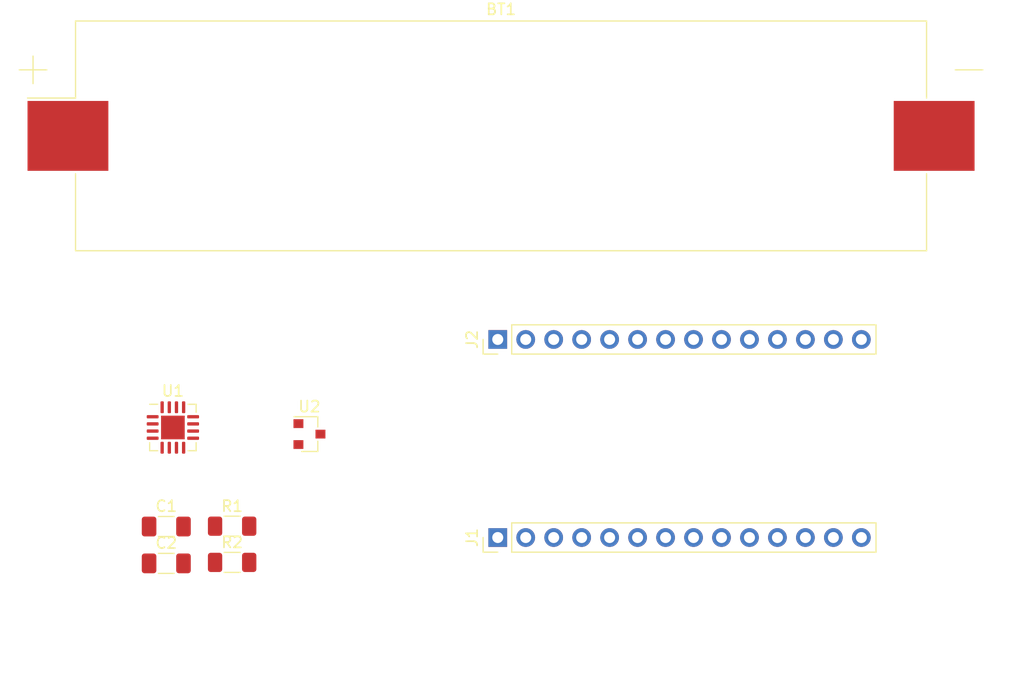
<source format=kicad_pcb>
(kicad_pcb (version 20171130) (host pcbnew 5.1.12)

  (general
    (thickness 1.6)
    (drawings 0)
    (tracks 0)
    (zones 0)
    (modules 9)
    (nets 4)
  )

  (page A4)
  (layers
    (0 F.Cu signal)
    (31 B.Cu signal)
    (32 B.Adhes user)
    (33 F.Adhes user)
    (34 B.Paste user)
    (35 F.Paste user)
    (36 B.SilkS user)
    (37 F.SilkS user)
    (38 B.Mask user)
    (39 F.Mask user)
    (40 Dwgs.User user)
    (41 Cmts.User user)
    (42 Eco1.User user)
    (43 Eco2.User user)
    (44 Edge.Cuts user)
    (45 Margin user)
    (46 B.CrtYd user)
    (47 F.CrtYd user)
    (48 B.Fab user)
    (49 F.Fab user)
  )

  (setup
    (last_trace_width 0.25)
    (trace_clearance 0.2)
    (zone_clearance 0.508)
    (zone_45_only no)
    (trace_min 0.2)
    (via_size 0.8)
    (via_drill 0.4)
    (via_min_size 0.4)
    (via_min_drill 0.3)
    (uvia_size 0.3)
    (uvia_drill 0.1)
    (uvias_allowed no)
    (uvia_min_size 0.2)
    (uvia_min_drill 0.1)
    (edge_width 0.05)
    (segment_width 0.2)
    (pcb_text_width 0.3)
    (pcb_text_size 1.5 1.5)
    (mod_edge_width 0.12)
    (mod_text_size 1 1)
    (mod_text_width 0.15)
    (pad_size 1.524 1.524)
    (pad_drill 0.762)
    (pad_to_mask_clearance 0)
    (aux_axis_origin 0 0)
    (visible_elements FFFFFF7F)
    (pcbplotparams
      (layerselection 0x010fc_ffffffff)
      (usegerberextensions false)
      (usegerberattributes true)
      (usegerberadvancedattributes true)
      (creategerberjobfile true)
      (excludeedgelayer true)
      (linewidth 0.100000)
      (plotframeref false)
      (viasonmask false)
      (mode 1)
      (useauxorigin false)
      (hpglpennumber 1)
      (hpglpenspeed 20)
      (hpglpendiameter 15.000000)
      (psnegative false)
      (psa4output false)
      (plotreference true)
      (plotvalue true)
      (plotinvisibletext false)
      (padsonsilk false)
      (subtractmaskfromsilk false)
      (outputformat 1)
      (mirror false)
      (drillshape 1)
      (scaleselection 1)
      (outputdirectory ""))
  )

  (net 0 "")
  (net 1 GND)
  (net 2 "Net-(U1-Pad10)")
  (net 3 "Net-(U1-Pad1)")

  (net_class Default "This is the default net class."
    (clearance 0.2)
    (trace_width 0.25)
    (via_dia 0.8)
    (via_drill 0.4)
    (uvia_dia 0.3)
    (uvia_drill 0.1)
    (add_net +BATT)
    (add_net GND)
    (add_net "Net-(C1-Pad1)")
    (add_net "Net-(C1-Pad2)")
    (add_net "Net-(C2-Pad1)")
    (add_net "Net-(C2-Pad2)")
    (add_net "Net-(J1-Pad1)")
    (add_net "Net-(J1-Pad10)")
    (add_net "Net-(J1-Pad11)")
    (add_net "Net-(J1-Pad12)")
    (add_net "Net-(J1-Pad13)")
    (add_net "Net-(J1-Pad14)")
    (add_net "Net-(J1-Pad2)")
    (add_net "Net-(J1-Pad3)")
    (add_net "Net-(J1-Pad4)")
    (add_net "Net-(J1-Pad5)")
    (add_net "Net-(J1-Pad6)")
    (add_net "Net-(J1-Pad7)")
    (add_net "Net-(J1-Pad8)")
    (add_net "Net-(J1-Pad9)")
    (add_net "Net-(J2-Pad1)")
    (add_net "Net-(J2-Pad10)")
    (add_net "Net-(J2-Pad11)")
    (add_net "Net-(J2-Pad12)")
    (add_net "Net-(J2-Pad13)")
    (add_net "Net-(J2-Pad14)")
    (add_net "Net-(J2-Pad2)")
    (add_net "Net-(J2-Pad3)")
    (add_net "Net-(J2-Pad4)")
    (add_net "Net-(J2-Pad5)")
    (add_net "Net-(J2-Pad6)")
    (add_net "Net-(J2-Pad7)")
    (add_net "Net-(J2-Pad8)")
    (add_net "Net-(J2-Pad9)")
    (add_net "Net-(R1-Pad1)")
    (add_net "Net-(R1-Pad2)")
    (add_net "Net-(R2-Pad1)")
    (add_net "Net-(R2-Pad2)")
    (add_net "Net-(U1-Pad1)")
    (add_net "Net-(U1-Pad10)")
    (add_net "Net-(U1-Pad11)")
    (add_net "Net-(U1-Pad12)")
    (add_net "Net-(U1-Pad13)")
    (add_net "Net-(U1-Pad14)")
    (add_net "Net-(U1-Pad15)")
    (add_net "Net-(U1-Pad16)")
    (add_net "Net-(U1-Pad2)")
    (add_net "Net-(U1-Pad3)")
    (add_net "Net-(U1-Pad5)")
    (add_net "Net-(U1-Pad6)")
    (add_net "Net-(U1-Pad7)")
    (add_net "Net-(U1-Pad8)")
    (add_net "Net-(U1-Pad9)")
    (add_net "Net-(U2-Pad1)")
    (add_net "Net-(U2-Pad2)")
    (add_net "Net-(U2-Pad3)")
  )

  (module Resistor_SMD:R_1206_3216Metric_Pad1.30x1.75mm_HandSolder (layer F.Cu) (tedit 5F68FEEE) (tstamp 62BC8E67)
    (at 125.08 109.86)
    (descr "Resistor SMD 1206 (3216 Metric), square (rectangular) end terminal, IPC_7351 nominal with elongated pad for handsoldering. (Body size source: IPC-SM-782 page 72, https://www.pcb-3d.com/wordpress/wp-content/uploads/ipc-sm-782a_amendment_1_and_2.pdf), generated with kicad-footprint-generator")
    (tags "resistor handsolder")
    (path /62BC88BA)
    (attr smd)
    (fp_text reference R2 (at 0 -1.82) (layer F.SilkS)
      (effects (font (size 1 1) (thickness 0.15)))
    )
    (fp_text value 100k (at 0 1.82) (layer F.Fab)
      (effects (font (size 1 1) (thickness 0.15)))
    )
    (fp_text user %R (at 0 0) (layer F.Fab)
      (effects (font (size 0.8 0.8) (thickness 0.12)))
    )
    (fp_line (start -1.6 0.8) (end -1.6 -0.8) (layer F.Fab) (width 0.1))
    (fp_line (start -1.6 -0.8) (end 1.6 -0.8) (layer F.Fab) (width 0.1))
    (fp_line (start 1.6 -0.8) (end 1.6 0.8) (layer F.Fab) (width 0.1))
    (fp_line (start 1.6 0.8) (end -1.6 0.8) (layer F.Fab) (width 0.1))
    (fp_line (start -0.727064 -0.91) (end 0.727064 -0.91) (layer F.SilkS) (width 0.12))
    (fp_line (start -0.727064 0.91) (end 0.727064 0.91) (layer F.SilkS) (width 0.12))
    (fp_line (start -2.45 1.12) (end -2.45 -1.12) (layer F.CrtYd) (width 0.05))
    (fp_line (start -2.45 -1.12) (end 2.45 -1.12) (layer F.CrtYd) (width 0.05))
    (fp_line (start 2.45 -1.12) (end 2.45 1.12) (layer F.CrtYd) (width 0.05))
    (fp_line (start 2.45 1.12) (end -2.45 1.12) (layer F.CrtYd) (width 0.05))
    (pad 2 smd roundrect (at 1.55 0) (size 1.3 1.75) (layers F.Cu F.Paste F.Mask) (roundrect_rratio 0.192308))
    (pad 1 smd roundrect (at -1.55 0) (size 1.3 1.75) (layers F.Cu F.Paste F.Mask) (roundrect_rratio 0.192308))
    (model ${KISYS3DMOD}/Resistor_SMD.3dshapes/R_1206_3216Metric.wrl
      (at (xyz 0 0 0))
      (scale (xyz 1 1 1))
      (rotate (xyz 0 0 0))
    )
  )

  (module Resistor_SMD:R_1206_3216Metric_Pad1.30x1.75mm_HandSolder (layer F.Cu) (tedit 5F68FEEE) (tstamp 62BC8E56)
    (at 125.08 106.57)
    (descr "Resistor SMD 1206 (3216 Metric), square (rectangular) end terminal, IPC_7351 nominal with elongated pad for handsoldering. (Body size source: IPC-SM-782 page 72, https://www.pcb-3d.com/wordpress/wp-content/uploads/ipc-sm-782a_amendment_1_and_2.pdf), generated with kicad-footprint-generator")
    (tags "resistor handsolder")
    (path /62BC7A1D)
    (attr smd)
    (fp_text reference R1 (at 0 -1.82) (layer F.SilkS)
      (effects (font (size 1 1) (thickness 0.15)))
    )
    (fp_text value 27k (at 0 1.82) (layer F.Fab)
      (effects (font (size 1 1) (thickness 0.15)))
    )
    (fp_text user %R (at 0 0) (layer F.Fab)
      (effects (font (size 0.8 0.8) (thickness 0.12)))
    )
    (fp_line (start -1.6 0.8) (end -1.6 -0.8) (layer F.Fab) (width 0.1))
    (fp_line (start -1.6 -0.8) (end 1.6 -0.8) (layer F.Fab) (width 0.1))
    (fp_line (start 1.6 -0.8) (end 1.6 0.8) (layer F.Fab) (width 0.1))
    (fp_line (start 1.6 0.8) (end -1.6 0.8) (layer F.Fab) (width 0.1))
    (fp_line (start -0.727064 -0.91) (end 0.727064 -0.91) (layer F.SilkS) (width 0.12))
    (fp_line (start -0.727064 0.91) (end 0.727064 0.91) (layer F.SilkS) (width 0.12))
    (fp_line (start -2.45 1.12) (end -2.45 -1.12) (layer F.CrtYd) (width 0.05))
    (fp_line (start -2.45 -1.12) (end 2.45 -1.12) (layer F.CrtYd) (width 0.05))
    (fp_line (start 2.45 -1.12) (end 2.45 1.12) (layer F.CrtYd) (width 0.05))
    (fp_line (start 2.45 1.12) (end -2.45 1.12) (layer F.CrtYd) (width 0.05))
    (pad 2 smd roundrect (at 1.55 0) (size 1.3 1.75) (layers F.Cu F.Paste F.Mask) (roundrect_rratio 0.192308))
    (pad 1 smd roundrect (at -1.55 0) (size 1.3 1.75) (layers F.Cu F.Paste F.Mask) (roundrect_rratio 0.192308))
    (model ${KISYS3DMOD}/Resistor_SMD.3dshapes/R_1206_3216Metric.wrl
      (at (xyz 0 0 0))
      (scale (xyz 1 1 1))
      (rotate (xyz 0 0 0))
    )
  )

  (module Capacitor_SMD:C_1206_3216Metric_Pad1.33x1.80mm_HandSolder (layer F.Cu) (tedit 5F68FEEF) (tstamp 62BC8DC1)
    (at 119.1 109.95)
    (descr "Capacitor SMD 1206 (3216 Metric), square (rectangular) end terminal, IPC_7351 nominal with elongated pad for handsoldering. (Body size source: IPC-SM-782 page 76, https://www.pcb-3d.com/wordpress/wp-content/uploads/ipc-sm-782a_amendment_1_and_2.pdf), generated with kicad-footprint-generator")
    (tags "capacitor handsolder")
    (path /62BC986E)
    (attr smd)
    (fp_text reference C2 (at 0 -1.85) (layer F.SilkS)
      (effects (font (size 1 1) (thickness 0.15)))
    )
    (fp_text value 100uF (at 0 1.85) (layer F.Fab)
      (effects (font (size 1 1) (thickness 0.15)))
    )
    (fp_text user %R (at 0 0) (layer F.Fab)
      (effects (font (size 0.8 0.8) (thickness 0.12)))
    )
    (fp_line (start -1.6 0.8) (end -1.6 -0.8) (layer F.Fab) (width 0.1))
    (fp_line (start -1.6 -0.8) (end 1.6 -0.8) (layer F.Fab) (width 0.1))
    (fp_line (start 1.6 -0.8) (end 1.6 0.8) (layer F.Fab) (width 0.1))
    (fp_line (start 1.6 0.8) (end -1.6 0.8) (layer F.Fab) (width 0.1))
    (fp_line (start -0.711252 -0.91) (end 0.711252 -0.91) (layer F.SilkS) (width 0.12))
    (fp_line (start -0.711252 0.91) (end 0.711252 0.91) (layer F.SilkS) (width 0.12))
    (fp_line (start -2.48 1.15) (end -2.48 -1.15) (layer F.CrtYd) (width 0.05))
    (fp_line (start -2.48 -1.15) (end 2.48 -1.15) (layer F.CrtYd) (width 0.05))
    (fp_line (start 2.48 -1.15) (end 2.48 1.15) (layer F.CrtYd) (width 0.05))
    (fp_line (start 2.48 1.15) (end -2.48 1.15) (layer F.CrtYd) (width 0.05))
    (pad 2 smd roundrect (at 1.5625 0) (size 1.325 1.8) (layers F.Cu F.Paste F.Mask) (roundrect_rratio 0.188679))
    (pad 1 smd roundrect (at -1.5625 0) (size 1.325 1.8) (layers F.Cu F.Paste F.Mask) (roundrect_rratio 0.188679))
    (model ${KISYS3DMOD}/Capacitor_SMD.3dshapes/C_1206_3216Metric.wrl
      (at (xyz 0 0 0))
      (scale (xyz 1 1 1))
      (rotate (xyz 0 0 0))
    )
  )

  (module Capacitor_SMD:C_1206_3216Metric_Pad1.33x1.80mm_HandSolder (layer F.Cu) (tedit 5F68FEEF) (tstamp 62BC8DB0)
    (at 119.1 106.6)
    (descr "Capacitor SMD 1206 (3216 Metric), square (rectangular) end terminal, IPC_7351 nominal with elongated pad for handsoldering. (Body size source: IPC-SM-782 page 76, https://www.pcb-3d.com/wordpress/wp-content/uploads/ipc-sm-782a_amendment_1_and_2.pdf), generated with kicad-footprint-generator")
    (tags "capacitor handsolder")
    (path /62BC92F7)
    (attr smd)
    (fp_text reference C1 (at 0 -1.85) (layer F.SilkS)
      (effects (font (size 1 1) (thickness 0.15)))
    )
    (fp_text value 100nF (at 0 1.85) (layer F.Fab)
      (effects (font (size 1 1) (thickness 0.15)))
    )
    (fp_text user %R (at 0 0) (layer F.Fab)
      (effects (font (size 0.8 0.8) (thickness 0.12)))
    )
    (fp_line (start -1.6 0.8) (end -1.6 -0.8) (layer F.Fab) (width 0.1))
    (fp_line (start -1.6 -0.8) (end 1.6 -0.8) (layer F.Fab) (width 0.1))
    (fp_line (start 1.6 -0.8) (end 1.6 0.8) (layer F.Fab) (width 0.1))
    (fp_line (start 1.6 0.8) (end -1.6 0.8) (layer F.Fab) (width 0.1))
    (fp_line (start -0.711252 -0.91) (end 0.711252 -0.91) (layer F.SilkS) (width 0.12))
    (fp_line (start -0.711252 0.91) (end 0.711252 0.91) (layer F.SilkS) (width 0.12))
    (fp_line (start -2.48 1.15) (end -2.48 -1.15) (layer F.CrtYd) (width 0.05))
    (fp_line (start -2.48 -1.15) (end 2.48 -1.15) (layer F.CrtYd) (width 0.05))
    (fp_line (start 2.48 -1.15) (end 2.48 1.15) (layer F.CrtYd) (width 0.05))
    (fp_line (start 2.48 1.15) (end -2.48 1.15) (layer F.CrtYd) (width 0.05))
    (pad 2 smd roundrect (at 1.5625 0) (size 1.325 1.8) (layers F.Cu F.Paste F.Mask) (roundrect_rratio 0.188679))
    (pad 1 smd roundrect (at -1.5625 0) (size 1.325 1.8) (layers F.Cu F.Paste F.Mask) (roundrect_rratio 0.188679))
    (model ${KISYS3DMOD}/Capacitor_SMD.3dshapes/C_1206_3216Metric.wrl
      (at (xyz 0 0 0))
      (scale (xyz 1 1 1))
      (rotate (xyz 0 0 0))
    )
  )

  (module Package_TO_SOT_SMD:SOT-23 (layer F.Cu) (tedit 5A02FF57) (tstamp 62BC88B9)
    (at 132.1 98.2)
    (descr "SOT-23, Standard")
    (tags SOT-23)
    (path /62BC6C63)
    (attr smd)
    (fp_text reference U2 (at 0 -2.5) (layer F.SilkS)
      (effects (font (size 1 1) (thickness 0.15)))
    )
    (fp_text value MCP1700-3302E_SOT23 (at 0 2.5) (layer F.Fab)
      (effects (font (size 1 1) (thickness 0.15)))
    )
    (fp_line (start 0.76 1.58) (end -0.7 1.58) (layer F.SilkS) (width 0.12))
    (fp_line (start 0.76 -1.58) (end -1.4 -1.58) (layer F.SilkS) (width 0.12))
    (fp_line (start -1.7 1.75) (end -1.7 -1.75) (layer F.CrtYd) (width 0.05))
    (fp_line (start 1.7 1.75) (end -1.7 1.75) (layer F.CrtYd) (width 0.05))
    (fp_line (start 1.7 -1.75) (end 1.7 1.75) (layer F.CrtYd) (width 0.05))
    (fp_line (start -1.7 -1.75) (end 1.7 -1.75) (layer F.CrtYd) (width 0.05))
    (fp_line (start 0.76 -1.58) (end 0.76 -0.65) (layer F.SilkS) (width 0.12))
    (fp_line (start 0.76 1.58) (end 0.76 0.65) (layer F.SilkS) (width 0.12))
    (fp_line (start -0.7 1.52) (end 0.7 1.52) (layer F.Fab) (width 0.1))
    (fp_line (start 0.7 -1.52) (end 0.7 1.52) (layer F.Fab) (width 0.1))
    (fp_line (start -0.7 -0.95) (end -0.15 -1.52) (layer F.Fab) (width 0.1))
    (fp_line (start -0.15 -1.52) (end 0.7 -1.52) (layer F.Fab) (width 0.1))
    (fp_line (start -0.7 -0.95) (end -0.7 1.5) (layer F.Fab) (width 0.1))
    (fp_text user %R (at 0 0 90) (layer F.Fab)
      (effects (font (size 0.5 0.5) (thickness 0.075)))
    )
    (pad 3 smd rect (at 1 0) (size 0.9 0.8) (layers F.Cu F.Paste F.Mask))
    (pad 2 smd rect (at -1 0.95) (size 0.9 0.8) (layers F.Cu F.Paste F.Mask))
    (pad 1 smd rect (at -1 -0.95) (size 0.9 0.8) (layers F.Cu F.Paste F.Mask))
    (model ${KISYS3DMOD}/Package_TO_SOT_SMD.3dshapes/SOT-23.wrl
      (at (xyz 0 0 0))
      (scale (xyz 1 1 1))
      (rotate (xyz 0 0 0))
    )
  )

  (module Connector_PinHeader_2.54mm:PinHeader_1x14_P2.54mm_Vertical (layer F.Cu) (tedit 59FED5CC) (tstamp 62BC8446)
    (at 149.2 89.6 90)
    (descr "Through hole straight pin header, 1x14, 2.54mm pitch, single row")
    (tags "Through hole pin header THT 1x14 2.54mm single row")
    (path /62BC3B30)
    (fp_text reference J2 (at 0 -2.33 90) (layer F.SilkS)
      (effects (font (size 1 1) (thickness 0.15)))
    )
    (fp_text value Conn_01x14 (at 0 35.35 90) (layer F.Fab)
      (effects (font (size 1 1) (thickness 0.15)))
    )
    (fp_line (start 1.8 -1.8) (end -1.8 -1.8) (layer F.CrtYd) (width 0.05))
    (fp_line (start 1.8 34.8) (end 1.8 -1.8) (layer F.CrtYd) (width 0.05))
    (fp_line (start -1.8 34.8) (end 1.8 34.8) (layer F.CrtYd) (width 0.05))
    (fp_line (start -1.8 -1.8) (end -1.8 34.8) (layer F.CrtYd) (width 0.05))
    (fp_line (start -1.33 -1.33) (end 0 -1.33) (layer F.SilkS) (width 0.12))
    (fp_line (start -1.33 0) (end -1.33 -1.33) (layer F.SilkS) (width 0.12))
    (fp_line (start -1.33 1.27) (end 1.33 1.27) (layer F.SilkS) (width 0.12))
    (fp_line (start 1.33 1.27) (end 1.33 34.35) (layer F.SilkS) (width 0.12))
    (fp_line (start -1.33 1.27) (end -1.33 34.35) (layer F.SilkS) (width 0.12))
    (fp_line (start -1.33 34.35) (end 1.33 34.35) (layer F.SilkS) (width 0.12))
    (fp_line (start -1.27 -0.635) (end -0.635 -1.27) (layer F.Fab) (width 0.1))
    (fp_line (start -1.27 34.29) (end -1.27 -0.635) (layer F.Fab) (width 0.1))
    (fp_line (start 1.27 34.29) (end -1.27 34.29) (layer F.Fab) (width 0.1))
    (fp_line (start 1.27 -1.27) (end 1.27 34.29) (layer F.Fab) (width 0.1))
    (fp_line (start -0.635 -1.27) (end 1.27 -1.27) (layer F.Fab) (width 0.1))
    (fp_text user %R (at 0 16.51) (layer F.Fab)
      (effects (font (size 1 1) (thickness 0.15)))
    )
    (pad 14 thru_hole oval (at 0 33.02 90) (size 1.7 1.7) (drill 1) (layers *.Cu *.Mask))
    (pad 13 thru_hole oval (at 0 30.48 90) (size 1.7 1.7) (drill 1) (layers *.Cu *.Mask))
    (pad 12 thru_hole oval (at 0 27.94 90) (size 1.7 1.7) (drill 1) (layers *.Cu *.Mask))
    (pad 11 thru_hole oval (at 0 25.4 90) (size 1.7 1.7) (drill 1) (layers *.Cu *.Mask))
    (pad 10 thru_hole oval (at 0 22.86 90) (size 1.7 1.7) (drill 1) (layers *.Cu *.Mask))
    (pad 9 thru_hole oval (at 0 20.32 90) (size 1.7 1.7) (drill 1) (layers *.Cu *.Mask))
    (pad 8 thru_hole oval (at 0 17.78 90) (size 1.7 1.7) (drill 1) (layers *.Cu *.Mask))
    (pad 7 thru_hole oval (at 0 15.24 90) (size 1.7 1.7) (drill 1) (layers *.Cu *.Mask))
    (pad 6 thru_hole oval (at 0 12.7 90) (size 1.7 1.7) (drill 1) (layers *.Cu *.Mask))
    (pad 5 thru_hole oval (at 0 10.16 90) (size 1.7 1.7) (drill 1) (layers *.Cu *.Mask))
    (pad 4 thru_hole oval (at 0 7.62 90) (size 1.7 1.7) (drill 1) (layers *.Cu *.Mask))
    (pad 3 thru_hole oval (at 0 5.08 90) (size 1.7 1.7) (drill 1) (layers *.Cu *.Mask))
    (pad 2 thru_hole oval (at 0 2.54 90) (size 1.7 1.7) (drill 1) (layers *.Cu *.Mask))
    (pad 1 thru_hole rect (at 0 0 90) (size 1.7 1.7) (drill 1) (layers *.Cu *.Mask))
    (model ${KISYS3DMOD}/Connector_PinHeader_2.54mm.3dshapes/PinHeader_1x14_P2.54mm_Vertical.wrl
      (at (xyz 0 0 0))
      (scale (xyz 1 1 1))
      (rotate (xyz 0 0 0))
    )
  )

  (module Connector_PinHeader_2.54mm:PinHeader_1x14_P2.54mm_Vertical (layer F.Cu) (tedit 59FED5CC) (tstamp 62BC8424)
    (at 149.2 107.6 90)
    (descr "Through hole straight pin header, 1x14, 2.54mm pitch, single row")
    (tags "Through hole pin header THT 1x14 2.54mm single row")
    (path /62BC31FF)
    (fp_text reference J1 (at 0 -2.33 90) (layer F.SilkS)
      (effects (font (size 1 1) (thickness 0.15)))
    )
    (fp_text value Conn_01x14 (at 0 35.35 90) (layer F.Fab)
      (effects (font (size 1 1) (thickness 0.15)))
    )
    (fp_line (start 1.8 -1.8) (end -1.8 -1.8) (layer F.CrtYd) (width 0.05))
    (fp_line (start 1.8 34.8) (end 1.8 -1.8) (layer F.CrtYd) (width 0.05))
    (fp_line (start -1.8 34.8) (end 1.8 34.8) (layer F.CrtYd) (width 0.05))
    (fp_line (start -1.8 -1.8) (end -1.8 34.8) (layer F.CrtYd) (width 0.05))
    (fp_line (start -1.33 -1.33) (end 0 -1.33) (layer F.SilkS) (width 0.12))
    (fp_line (start -1.33 0) (end -1.33 -1.33) (layer F.SilkS) (width 0.12))
    (fp_line (start -1.33 1.27) (end 1.33 1.27) (layer F.SilkS) (width 0.12))
    (fp_line (start 1.33 1.27) (end 1.33 34.35) (layer F.SilkS) (width 0.12))
    (fp_line (start -1.33 1.27) (end -1.33 34.35) (layer F.SilkS) (width 0.12))
    (fp_line (start -1.33 34.35) (end 1.33 34.35) (layer F.SilkS) (width 0.12))
    (fp_line (start -1.27 -0.635) (end -0.635 -1.27) (layer F.Fab) (width 0.1))
    (fp_line (start -1.27 34.29) (end -1.27 -0.635) (layer F.Fab) (width 0.1))
    (fp_line (start 1.27 34.29) (end -1.27 34.29) (layer F.Fab) (width 0.1))
    (fp_line (start 1.27 -1.27) (end 1.27 34.29) (layer F.Fab) (width 0.1))
    (fp_line (start -0.635 -1.27) (end 1.27 -1.27) (layer F.Fab) (width 0.1))
    (fp_text user %R (at 0 16.51) (layer F.Fab)
      (effects (font (size 1 1) (thickness 0.15)))
    )
    (pad 14 thru_hole oval (at 0 33.02 90) (size 1.7 1.7) (drill 1) (layers *.Cu *.Mask))
    (pad 13 thru_hole oval (at 0 30.48 90) (size 1.7 1.7) (drill 1) (layers *.Cu *.Mask))
    (pad 12 thru_hole oval (at 0 27.94 90) (size 1.7 1.7) (drill 1) (layers *.Cu *.Mask))
    (pad 11 thru_hole oval (at 0 25.4 90) (size 1.7 1.7) (drill 1) (layers *.Cu *.Mask))
    (pad 10 thru_hole oval (at 0 22.86 90) (size 1.7 1.7) (drill 1) (layers *.Cu *.Mask))
    (pad 9 thru_hole oval (at 0 20.32 90) (size 1.7 1.7) (drill 1) (layers *.Cu *.Mask))
    (pad 8 thru_hole oval (at 0 17.78 90) (size 1.7 1.7) (drill 1) (layers *.Cu *.Mask))
    (pad 7 thru_hole oval (at 0 15.24 90) (size 1.7 1.7) (drill 1) (layers *.Cu *.Mask))
    (pad 6 thru_hole oval (at 0 12.7 90) (size 1.7 1.7) (drill 1) (layers *.Cu *.Mask))
    (pad 5 thru_hole oval (at 0 10.16 90) (size 1.7 1.7) (drill 1) (layers *.Cu *.Mask))
    (pad 4 thru_hole oval (at 0 7.62 90) (size 1.7 1.7) (drill 1) (layers *.Cu *.Mask))
    (pad 3 thru_hole oval (at 0 5.08 90) (size 1.7 1.7) (drill 1) (layers *.Cu *.Mask))
    (pad 2 thru_hole oval (at 0 2.54 90) (size 1.7 1.7) (drill 1) (layers *.Cu *.Mask))
    (pad 1 thru_hole rect (at 0 0 90) (size 1.7 1.7) (drill 1) (layers *.Cu *.Mask))
    (model ${KISYS3DMOD}/Connector_PinHeader_2.54mm.3dshapes/PinHeader_1x14_P2.54mm_Vertical.wrl
      (at (xyz 0 0 0))
      (scale (xyz 1 1 1))
      (rotate (xyz 0 0 0))
    )
  )

  (module Package_DFN_QFN:QFN-16-1EP_4x4mm_P0.65mm_EP2.15x2.15mm (layer F.Cu) (tedit 5DC5F6A3) (tstamp 62BC2075)
    (at 119.7 97.6)
    (descr "QFN, 16 Pin (https://www.analog.com/media/en/technical-documentation/data-sheets/4001f.pdf), generated with kicad-footprint-generator ipc_noLead_generator.py")
    (tags "QFN NoLead")
    (path /62BC203A)
    (attr smd)
    (fp_text reference U1 (at 0 -3.32) (layer F.SilkS)
      (effects (font (size 1 1) (thickness 0.15)))
    )
    (fp_text value LTC4055 (at 0 3.32) (layer F.Fab)
      (effects (font (size 1 1) (thickness 0.15)))
    )
    (fp_line (start 2.62 -2.62) (end -2.62 -2.62) (layer F.CrtYd) (width 0.05))
    (fp_line (start 2.62 2.62) (end 2.62 -2.62) (layer F.CrtYd) (width 0.05))
    (fp_line (start -2.62 2.62) (end 2.62 2.62) (layer F.CrtYd) (width 0.05))
    (fp_line (start -2.62 -2.62) (end -2.62 2.62) (layer F.CrtYd) (width 0.05))
    (fp_line (start -2 -1) (end -1 -2) (layer F.Fab) (width 0.1))
    (fp_line (start -2 2) (end -2 -1) (layer F.Fab) (width 0.1))
    (fp_line (start 2 2) (end -2 2) (layer F.Fab) (width 0.1))
    (fp_line (start 2 -2) (end 2 2) (layer F.Fab) (width 0.1))
    (fp_line (start -1 -2) (end 2 -2) (layer F.Fab) (width 0.1))
    (fp_line (start -1.385 -2.11) (end -2.11 -2.11) (layer F.SilkS) (width 0.12))
    (fp_line (start 2.11 2.11) (end 2.11 1.385) (layer F.SilkS) (width 0.12))
    (fp_line (start 1.385 2.11) (end 2.11 2.11) (layer F.SilkS) (width 0.12))
    (fp_line (start -2.11 2.11) (end -2.11 1.385) (layer F.SilkS) (width 0.12))
    (fp_line (start -1.385 2.11) (end -2.11 2.11) (layer F.SilkS) (width 0.12))
    (fp_line (start 2.11 -2.11) (end 2.11 -1.385) (layer F.SilkS) (width 0.12))
    (fp_line (start 1.385 -2.11) (end 2.11 -2.11) (layer F.SilkS) (width 0.12))
    (fp_text user %R (at 0 0) (layer F.Fab)
      (effects (font (size 1 1) (thickness 0.15)))
    )
    (pad "" smd roundrect (at 0.54 0.54) (size 0.87 0.87) (layers F.Paste) (roundrect_rratio 0.25))
    (pad "" smd roundrect (at 0.54 -0.54) (size 0.87 0.87) (layers F.Paste) (roundrect_rratio 0.25))
    (pad "" smd roundrect (at -0.54 0.54) (size 0.87 0.87) (layers F.Paste) (roundrect_rratio 0.25))
    (pad "" smd roundrect (at -0.54 -0.54) (size 0.87 0.87) (layers F.Paste) (roundrect_rratio 0.25))
    (pad 17 smd rect (at 0 0) (size 2.15 2.15) (layers F.Cu F.Mask)
      (net 2 "Net-(U1-Pad10)"))
    (pad 16 smd roundrect (at -0.975 -1.8375) (size 0.3 1.075) (layers F.Cu F.Paste F.Mask) (roundrect_rratio 0.25))
    (pad 15 smd roundrect (at -0.325 -1.8375) (size 0.3 1.075) (layers F.Cu F.Paste F.Mask) (roundrect_rratio 0.25))
    (pad 14 smd roundrect (at 0.325 -1.8375) (size 0.3 1.075) (layers F.Cu F.Paste F.Mask) (roundrect_rratio 0.25))
    (pad 13 smd roundrect (at 0.975 -1.8375) (size 0.3 1.075) (layers F.Cu F.Paste F.Mask) (roundrect_rratio 0.25))
    (pad 12 smd roundrect (at 1.8375 -0.975) (size 1.075 0.3) (layers F.Cu F.Paste F.Mask) (roundrect_rratio 0.25))
    (pad 11 smd roundrect (at 1.8375 -0.325) (size 1.075 0.3) (layers F.Cu F.Paste F.Mask) (roundrect_rratio 0.25))
    (pad 10 smd roundrect (at 1.8375 0.325) (size 1.075 0.3) (layers F.Cu F.Paste F.Mask) (roundrect_rratio 0.25)
      (net 2 "Net-(U1-Pad10)"))
    (pad 9 smd roundrect (at 1.8375 0.975) (size 1.075 0.3) (layers F.Cu F.Paste F.Mask) (roundrect_rratio 0.25))
    (pad 8 smd roundrect (at 0.975 1.8375) (size 0.3 1.075) (layers F.Cu F.Paste F.Mask) (roundrect_rratio 0.25))
    (pad 7 smd roundrect (at 0.325 1.8375) (size 0.3 1.075) (layers F.Cu F.Paste F.Mask) (roundrect_rratio 0.25))
    (pad 6 smd roundrect (at -0.325 1.8375) (size 0.3 1.075) (layers F.Cu F.Paste F.Mask) (roundrect_rratio 0.25))
    (pad 5 smd roundrect (at -0.975 1.8375) (size 0.3 1.075) (layers F.Cu F.Paste F.Mask) (roundrect_rratio 0.25))
    (pad 4 smd roundrect (at -1.8375 0.975) (size 1.075 0.3) (layers F.Cu F.Paste F.Mask) (roundrect_rratio 0.25)
      (net 3 "Net-(U1-Pad1)"))
    (pad 3 smd roundrect (at -1.8375 0.325) (size 1.075 0.3) (layers F.Cu F.Paste F.Mask) (roundrect_rratio 0.25))
    (pad 2 smd roundrect (at -1.8375 -0.325) (size 1.075 0.3) (layers F.Cu F.Paste F.Mask) (roundrect_rratio 0.25))
    (pad 1 smd roundrect (at -1.8375 -0.975) (size 1.075 0.3) (layers F.Cu F.Paste F.Mask) (roundrect_rratio 0.25)
      (net 3 "Net-(U1-Pad1)"))
    (model ${KISYS3DMOD}/Package_DFN_QFN.3dshapes/QFN-16-1EP_4x4mm_P0.65mm_EP2.15x2.15mm.wrl
      (at (xyz 0 0 0))
      (scale (xyz 1 1 1))
      (rotate (xyz 0 0 0))
    )
  )

  (module Battery:BatteryHolder_Keystone_1042_1x18650 (layer F.Cu) (tedit 5A033499) (tstamp 61A7A074)
    (at 149.5 71.1)
    (descr "Battery holder for 18650 cylindrical cells http://www.keyelco.com/product.cfm/product_id/918")
    (tags "18650 Keystone 1042 Li-ion")
    (path /61A74918)
    (attr smd)
    (fp_text reference BT1 (at 0 -11.5) (layer F.SilkS)
      (effects (font (size 1 1) (thickness 0.15)))
    )
    (fp_text value 18650 (at 0 11.3) (layer F.Fab)
      (effects (font (size 1 1) (thickness 0.15)))
    )
    (fp_line (start -33.3675 -10.33) (end -38.53 -5.1675) (layer F.Fab) (width 0.1))
    (fp_line (start -38.64 -3.44) (end -43 -3.44) (layer F.SilkS) (width 0.12))
    (fp_line (start 43.5 3.68) (end 43.5 -3.68) (layer F.CrtYd) (width 0.05))
    (fp_line (start 39.03 10.83) (end 39.03 3.68) (layer F.CrtYd) (width 0.05))
    (fp_line (start -38.64 10.44) (end -38.64 3.44) (layer F.SilkS) (width 0.12))
    (fp_line (start 38.64 10.44) (end -38.64 10.44) (layer F.SilkS) (width 0.12))
    (fp_line (start 38.64 3.44) (end 38.64 10.44) (layer F.SilkS) (width 0.12))
    (fp_line (start -38.64 -10.44) (end -38.64 -3.44) (layer F.SilkS) (width 0.12))
    (fp_line (start 38.64 -10.44) (end -38.64 -10.44) (layer F.SilkS) (width 0.12))
    (fp_line (start 38.64 -3.44) (end 38.64 -10.42) (layer F.SilkS) (width 0.12))
    (fp_line (start -38.53 10.33) (end 38.53 10.33) (layer F.Fab) (width 0.1))
    (fp_line (start -38.53 -5.1675) (end -38.53 10.33) (layer F.Fab) (width 0.1))
    (fp_line (start 43.75 -6) (end 41.25 -6) (layer F.SilkS) (width 0.12))
    (fp_line (start -33.3675 -10.33) (end 38.53 -10.33) (layer F.Fab) (width 0.1))
    (fp_line (start 38.53 -10.33) (end 38.53 10.33) (layer F.Fab) (width 0.1))
    (fp_line (start -39.03 10.83) (end 39.03 10.83) (layer F.CrtYd) (width 0.05))
    (fp_line (start -39.03 -10.83) (end 39.03 -10.83) (layer F.CrtYd) (width 0.05))
    (fp_line (start 39.03 -10.83) (end 39.03 -3.68) (layer F.CrtYd) (width 0.05))
    (fp_line (start -39.03 10.83) (end -39.03 3.68) (layer F.CrtYd) (width 0.05))
    (fp_line (start -39.03 -10.83) (end -39.03 -3.68) (layer F.CrtYd) (width 0.05))
    (fp_line (start 39.03 3.68) (end 43.5 3.68) (layer F.CrtYd) (width 0.05))
    (fp_line (start 43.5 -3.68) (end 39.03 -3.68) (layer F.CrtYd) (width 0.05))
    (fp_line (start -43.5 -3.68) (end -39.03 -3.68) (layer F.CrtYd) (width 0.05))
    (fp_line (start -43.5 3.68) (end -43.5 -3.68) (layer F.CrtYd) (width 0.05))
    (fp_line (start -39.03 3.68) (end -43.5 3.68) (layer F.CrtYd) (width 0.05))
    (fp_line (start -43.75 -6) (end -41.25 -6) (layer F.SilkS) (width 0.12))
    (fp_line (start -42.5 -4.75) (end -42.5 -7.25) (layer F.SilkS) (width 0.12))
    (fp_text user %R (at 0 0) (layer F.Fab)
      (effects (font (size 1 1) (thickness 0.15)))
    )
    (pad "" np_thru_hole circle (at -35.93 -8) (size 2.39 2.39) (drill 2.39) (layers *.Cu *.Mask))
    (pad "" np_thru_hole circle (at -27.6 8) (size 3.45 3.45) (drill 3.45) (layers *.Cu *.Mask))
    (pad "" np_thru_hole circle (at 27.6 -8) (size 3.45 3.45) (drill 3.45) (layers *.Cu *.Mask))
    (pad 2 smd rect (at 39.33 0) (size 7.34 6.35) (layers F.Cu F.Paste F.Mask)
      (net 1 GND))
    (pad 1 smd rect (at -39.33 0) (size 7.34 6.35) (layers F.Cu F.Paste F.Mask))
    (model ${KISYS3DMOD}/Battery.3dshapes/BatteryHolder_Keystone_1042_1x18650.wrl
      (at (xyz 0 0 0))
      (scale (xyz 1 1 1))
      (rotate (xyz 0 0 0))
    )
  )

  (zone (net 1) (net_name GND) (layer F.Cu) (tstamp 0) (hatch edge 0.508)
    (connect_pads (clearance 0.508))
    (min_thickness 0.254)
    (fill yes (arc_segments 32) (thermal_gap 0.508) (thermal_bridge_width 0.508))
    (polygon
      (pts
        (xy 197 59) (xy 197 122) (xy 104 122) (xy 104 59)
      )
    )
  )
)

</source>
